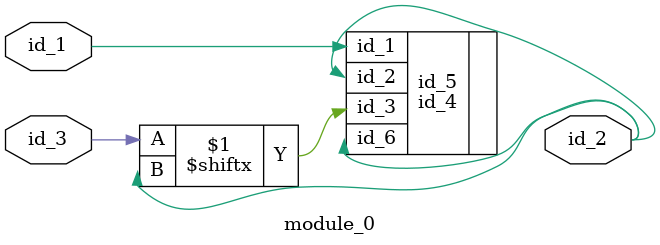
<source format=v>
module module_0 (
    id_1,
    id_2,
    id_3
);
  input id_3;
  output id_2;
  input id_1;
  id_4 id_5 (
      .id_1(id_3),
      .id_1(id_2),
      .id_3(id_3[id_2]),
      .id_1(id_2),
      .id_1(id_1),
      .id_2(id_2),
      .id_6(id_2)
  );
endmodule

</source>
